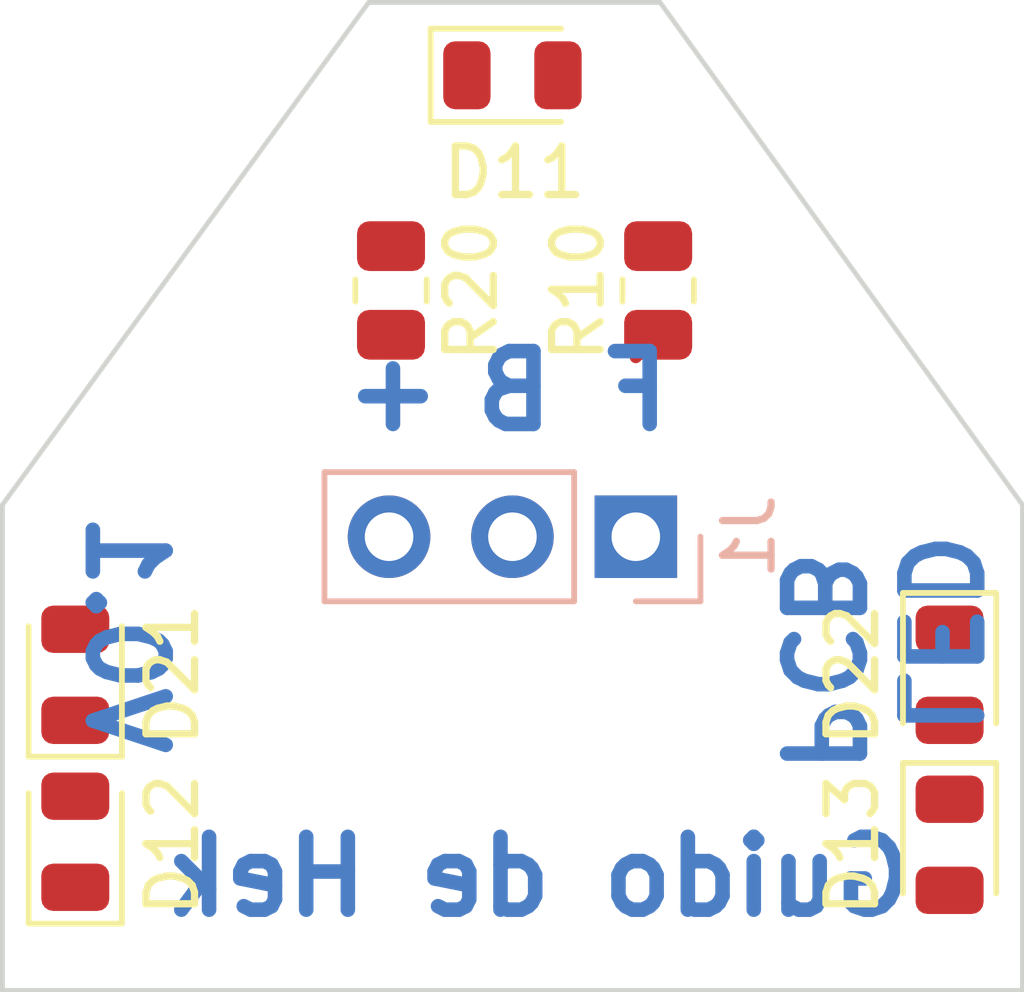
<source format=kicad_pcb>
(kicad_pcb (version 20211014) (generator pcbnew)
  (title_block (title "LED PCB for Märklin V100 (art. no. 3072).") (date "2021-12-30") (rev "0.1") (comment 1 "Guido de Hek"))
  (layers (0 "F.Cu" signal) (31 "B.Cu" signal) (34 "B.Paste" user) (35 "F.Paste" user) (36 "B.SilkS" user "B.Silkscreen") (37 "F.SilkS" user "F.Silkscreen") (38 "B.Mask" user) (39 "F.Mask" user) (44 "Edge.Cuts" user))
  (net 0 "")
  (net 1 "Net-(D11-Pad1)")
  (net 2 "Net-(D11-Pad2)")
  (net 3 "Net-(D12-Pad1)")
  (net 4 "/U+")
  (net 5 "Net-(D21-Pad1)")
  (net 6 "Net-(D21-Pad2)")
  (net 7 "/FrontLight")
  (net 8 "/BackLight")
  (footprint "Resistor_SMD:R_0805_2012Metric" (layer "F.Cu") (at 98 55.5875 -90)
    (fp_text reference "R20" (at 0 -1.65 90) (layer "F.SilkS"))
    (fp_text value "5K6")
    (fp_line (start -0.227064 -0.735) (end 0.227064 -0.735) (layer "F.SilkS") (width 0.12))
    (fp_line (start -0.227064 0.735) (end 0.227064 0.735) (layer "F.SilkS") (width 0.12))
    (pad "1" smd roundrect locked (at -0.9125 0 270) (size 1.025 1.4) (layers "F.Cu" "F.Paste" "F.Mask") (roundrect_rratio 0.243902) (net 4 "/U+"))
    (pad "2" smd roundrect locked (at 0.9125 0 270) (size 1.025 1.4) (layers "F.Cu" "F.Paste" "F.Mask") (roundrect_rratio 0.243902) (net 6 "Net-(D21-Pad2)"))
  )
  (footprint "LED_SMD:LED_0805_2012Metric" (layer "F.Cu") (at 100.5 51.1575)
    (fp_text reference "D11" (at 0.04 2) (layer "F.SilkS"))
    (fp_text value "LED")
    (fp_line (start -1.685 0.96) (end 1 0.96) (layer "F.SilkS") (width 0.12))
    (fp_line (start 1 -0.96) (end -1.685 -0.96) (layer "F.SilkS") (width 0.12))
    (fp_line (start -1.685 -0.96) (end -1.685 0.96) (layer "F.SilkS") (width 0.12))
    (pad "1" smd roundrect locked (at -0.9375 0) (size 0.975 1.4) (layers "F.Cu" "F.Paste" "F.Mask") (net 1 "Net-(D11-Pad1)"))
    (pad "2" smd roundrect locked (at 0.9375 0) (size 0.975 1.4) (layers "F.Cu" "F.Paste" "F.Mask") (net 2 "Net-(D11-Pad2)"))
  )
  (footprint "LED_SMD:LED_0805_2012Metric" (layer "F.Cu") (at 91.5 63.5 90)
    (fp_text reference "D21" (at 0 2 90) (layer "F.SilkS"))
    (fp_text value "LED")
    (fp_line (start -1.685 0.96) (end 1 0.96) (layer "F.SilkS") (width 0.12))
    (fp_line (start -1.685 -0.96) (end -1.685 0.96) (layer "F.SilkS") (width 0.12))
    (fp_line (start 1 -0.96) (end -1.685 -0.96) (layer "F.SilkS") (width 0.12))
    (pad "1" smd roundrect locked (at -0.9375 0 90) (size 0.975 1.4) (layers "F.Cu" "F.Paste" "F.Mask") (net 5 "Net-(D21-Pad1)"))
    (pad "2" smd roundrect locked (at 0.9375 0 90) (size 0.975 1.4) (layers "F.Cu" "F.Paste" "F.Mask") (net 6 "Net-(D21-Pad2)"))
  )
  (footprint "LED_SMD:LED_0805_2012Metric" (layer "F.Cu") (at 109.5 63.5 -90)
    (fp_text reference "D22" (at 0 2 90) (layer "F.SilkS"))
    (fp_text value "LED")
    (fp_line (start -1.685 -0.96) (end -1.685 0.96) (layer "F.SilkS") (width 0.12))
    (fp_line (start 1 -0.96) (end -1.685 -0.96) (layer "F.SilkS") (width 0.12))
    (fp_line (start -1.685 0.96) (end 1 0.96) (layer "F.SilkS") (width 0.12))
    (pad "1" smd roundrect locked (at -0.9375 0 270) (size 0.975 1.4) (layers "F.Cu" "F.Paste" "F.Mask") (net 8 "/BackLight"))
    (pad "2" smd roundrect locked (at 0.9375 0 270) (size 0.975 1.4) (layers "F.Cu" "F.Paste" "F.Mask") (net 5 "Net-(D21-Pad1)"))
  )
  (footprint "LED_SMD:LED_0805_2012Metric" (layer "F.Cu") (at 91.5 66.9375 90)
    (fp_text reference "D12" (at -0.0625 2 90) (layer "F.SilkS"))
    (fp_text value "LED")
    (fp_line (start -1.685 0.96) (end 1 0.96) (layer "F.SilkS") (width 0.12))
    (fp_line (start -1.685 -0.96) (end -1.685 0.96) (layer "F.SilkS") (width 0.12))
    (fp_line (start 1 -0.96) (end -1.685 -0.96) (layer "F.SilkS") (width 0.12))
    (pad "1" smd roundrect locked (at -0.9375 0 90) (size 0.975 1.4) (layers "F.Cu" "F.Paste" "F.Mask") (net 3 "Net-(D12-Pad1)"))
    (pad "2" smd roundrect locked (at 0.9375 0 90) (size 0.975 1.4) (layers "F.Cu" "F.Paste" "F.Mask") (net 1 "Net-(D11-Pad1)"))
  )
  (footprint "LED_SMD:LED_0805_2012Metric" (layer "F.Cu") (at 109.5 67 -90)
    (fp_text reference "D13" (at 0 2 90) (layer "F.SilkS"))
    (fp_text value "LED")
    (fp_line (start -1.685 -0.96) (end -1.685 0.96) (layer "F.SilkS") (width 0.12))
    (fp_line (start 1 -0.96) (end -1.685 -0.96) (layer "F.SilkS") (width 0.12))
    (fp_line (start -1.685 0.96) (end 1 0.96) (layer "F.SilkS") (width 0.12))
    (pad "1" smd roundrect locked (at -0.9375 0 270) (size 0.975 1.4) (layers "F.Cu" "F.Paste" "F.Mask") (net 7 "/FrontLight"))
    (pad "2" smd roundrect locked (at 0.9375 0 270) (size 0.975 1.4) (layers "F.Cu" "F.Paste" "F.Mask") (net 3 "Net-(D12-Pad1)"))
  )
  (footprint "Resistor_SMD:R_0805_2012Metric" (layer "F.Cu") (at 103.5 55.5875 90)
    (fp_text reference "R10" (at 0 -1.65 90) (layer "F.SilkS"))
    (fp_text value "3K6")
    (fp_line (start -0.227064 -0.735) (end 0.227064 -0.735) (layer "F.SilkS") (width 0.12))
    (fp_line (start -0.227064 0.735) (end 0.227064 0.735) (layer "F.SilkS") (width 0.12))
    (pad "1" smd roundrect locked (at -0.9125 0 90) (size 1.025 1.4) (layers "F.Cu" "F.Paste" "F.Mask") (roundrect_rratio 0.243902) (net 4 "/U+"))
    (pad "2" smd roundrect locked (at 0.9125 0 90) (size 1.025 1.4) (layers "F.Cu" "F.Paste" "F.Mask") (roundrect_rratio 0.243902) (net 2 "Net-(D11-Pad2)"))
  )
  (footprint "Connector_PinHeader_2.54mm:PinHeader_1x03_P2.54mm_Vertical" (layer "B.Cu") (at 103.04 60.6575 90)
    (fp_text reference "J1" (at 0 2.33 90) (layer "B.SilkS") (effects (justify mirror)))
    (fp_text value "Conn_01x03_Male")
    (fp_line (start 1.33 -1.27) (end 1.33 -6.41) (layer "B.SilkS") (width 0.12))
    (fp_line (start -1.33 0) (end -1.33 1.33) (layer "B.SilkS") (width 0.12))
    (fp_line (start -1.33 -6.41) (end 1.33 -6.41) (layer "B.SilkS") (width 0.12))
    (fp_line (start -1.33 -1.27) (end 1.33 -1.27) (layer "B.SilkS") (width 0.12))
    (fp_line (start -1.33 -1.27) (end -1.33 -6.41) (layer "B.SilkS") (width 0.12))
    (fp_line (start -1.33 1.33) (end 0 1.33) (layer "B.SilkS") (width 0.12))
    (pad "1" thru_hole rect locked (at 0 0 90) (size 1.7 1.7) (drill 1) (layers *.Cu *.Mask) (net 7 "/FrontLight"))
    (pad "2" thru_hole oval locked (at 0 -2.54 90) (size 1.7 1.7) (drill 1) (layers *.Cu *.Mask) (net 8 "/BackLight"))
    (pad "3" thru_hole oval locked (at 0 -5.08 90) (size 1.7 1.7) (drill 1) (layers *.Cu *.Mask) (net 4 "/U+"))
  )
  (gr_line (start 90 60) (end 97.54 49.6575) (layer "Edge.Cuts") (width 0.1))
  (gr_line (start 111 70) (end 90 70) (layer "Edge.Cuts") (width 0.1))
  (gr_line (start 90 70) (end 90 60) (layer "Edge.Cuts") (width 0.1))
  (gr_line (start 111 60) (end 103.54 49.6575) (layer "Edge.Cuts") (width 0.1))
  (gr_line (start 103.54 49.6575) (end 97.54 49.6575) (layer "Edge.Cuts") (width 0.1))
  (gr_line (start 111 70) (end 111 60) (layer "Edge.Cuts") (width 0.1))
  (gr_text "B\n" (at 100.54 57.6575) (layer "B.Cu") (effects (font (size 1.5 1.5) (thickness 0.3)) (justify mirror)))
  (gr_text "LED\nPCB " (at 108.04 62.6575 270) (layer "B.Cu") (effects (font (size 1.5 1.5) (thickness 0.3)) (justify mirror)))
  (gr_text "+" (at 98.04 57.6575) (layer "B.Cu") (effects (font (size 1.5 1.5) (thickness 0.3)) (justify mirror)))
  (gr_text "Guido de Hek\n" (at 101.04 67.6575) (layer "B.Cu") (effects (font (size 1.5 1.5) (thickness 0.3)) (justify mirror)))
  (gr_text "F" (at 103.04 57.6575) (layer "B.Cu") (effects (font (size 1.5 1.5) (thickness 0.3)) (justify mirror)))
  (gr_text "V0.1\n" (at 92.54 62.6575 270) (layer "B.Cu") (effects (font (size 1.5 1.5) (thickness 0.3)) (justify mirror)))
  (segment (start 91.5625 67.9375) (end 91.5 67.875) (width 0.25) (layer "F.Cu") (net 3))
  (segment (start 103.5 56.5) (end 103.04 56.96) (width 0.25) (layer "F.Cu") (net 4))
  (segment (start 103.54 56.54) (end 103.5 56.5) (width 0.25) (layer "F.Cu") (net 4))
  (segment (start 98.0175 54.6575) (end 98 54.675) (width 0.25) (layer "F.Cu") (net 4))
  (segment (start 91.5 62.5625) (end 91.9375 62.5625) (width 0.25) (layer "F.Cu") (net 6))
  (segment (start 109.5 62.5625) (end 109.405 62.6575) (width 0.25) (layer "F.Cu") (net 8))
)
</source>
